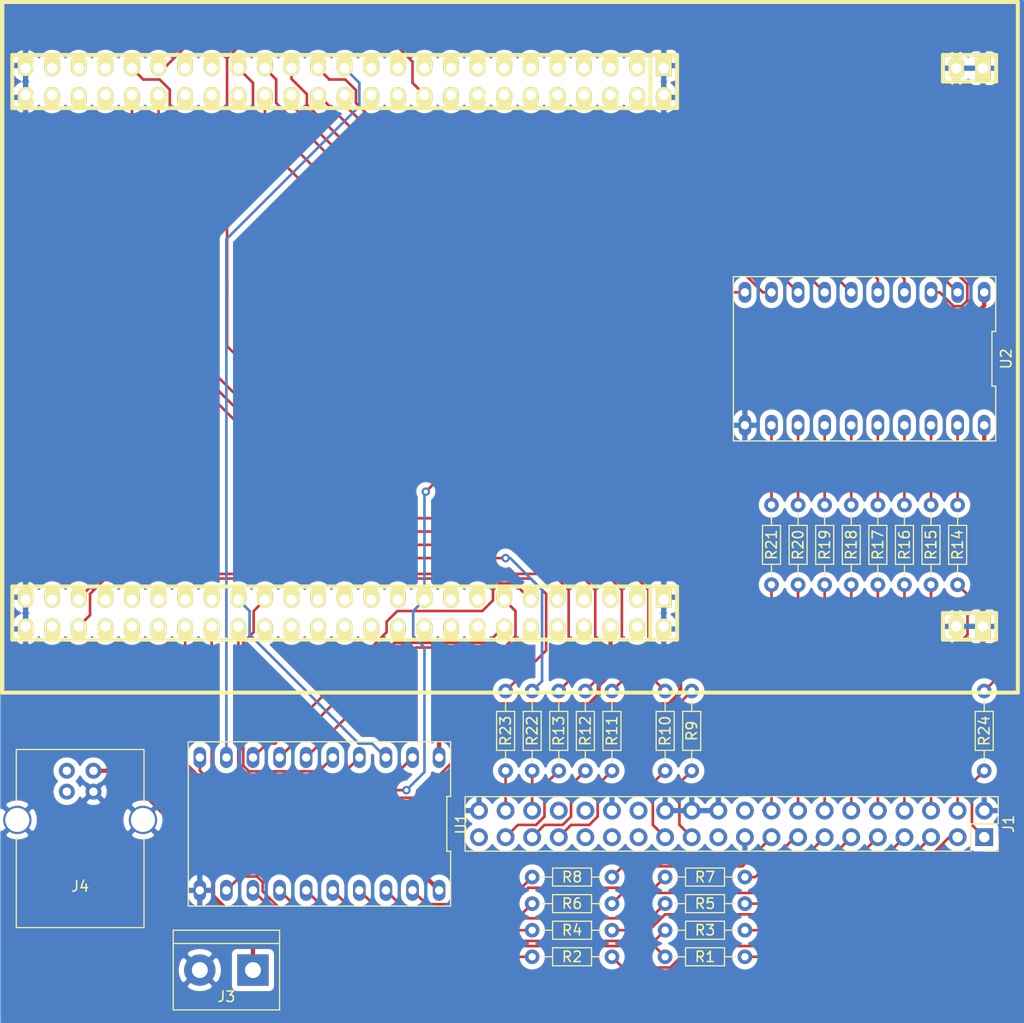
<source format=kicad_pcb>
(kicad_pcb (version 20171130) (host pcbnew 5.1.10)
  (layers (0 F.Cu signal) (31 B.Cu signal) (34 B.Paste user) (35 F.Paste user) (36 B.SilkS user) (37 F.SilkS user) (38 B.Mask user) (39 F.Mask user) (44 Edge.Cuts user))
  (net 0 "")
  (net 1 GND)
  (net 2 "Net-(J1-Pad38)")
  (net 3 "Net-(J1-Pad37)")
  (net 4 "Net-(J1-Pad36)")
  (net 5 "Net-(J1-Pad35)")
  (net 6 "Net-(J1-Pad33)")
  (net 7 "Net-(J1-Pad25)")
  (net 8 "Net-(J1-Pad23)")
  (net 9 "Net-(J1-Pad18)")
  (net 10 "Net-(J1-Pad17)")
  (net 11 "Net-(J1-Pad16)")
  (net 12 "Net-(J1-Pad15)")
  (net 13 "Net-(J1-Pad14)")
  (net 14 "Net-(J1-Pad13)")
  (net 15 "Net-(J1-Pad12)")
  (net 16 "Net-(J1-Pad11)")
  (net 17 "Net-(J1-Pad10)")
  (net 18 "Net-(J1-Pad9)")
  (net 19 "Net-(J1-Pad8)")
  (net 20 "Net-(J1-Pad7)")
  (net 21 "Net-(J1-Pad6)")
  (net 22 "Net-(J1-Pad5)")
  (net 23 "Net-(J1-Pad4)")
  (net 24 "Net-(J1-Pad3)")
  (net 25 "Net-(J1-Pad1)")
  (net 26 /CS0)
  (net 27 /DD1A)
  (net 28 /DD3A)
  (net 29 /OE)
  (net 30 /DD4A)
  (net 31 /DD6A)
  (net 32 +3V3)
  (net 33 /DD5A)
  (net 34 /DD2A)
  (net 35 /DD0A)
  (net 36 /DIOW)
  (net 37 /CS1)
  (net 38 /DA2)
  (net 39 /DA0)
  (net 40 /DD14A)
  (net 41 /DD12A)
  (net 42 /DD10A)
  (net 43 /DD8A)
  (net 44 /DIOR)
  (net 45 /DD7A)
  (net 46 /DD9A)
  (net 47 /DD11A)
  (net 48 /DD13A)
  (net 49 /DD15A)
  (net 50 /RESET)
  (net 51 /DA1)
  (net 52 /DD7B)
  (net 53 /DD6B)
  (net 54 /DD5B)
  (net 55 /DD4B)
  (net 56 /DD3B)
  (net 57 /DD2B)
  (net 58 /DD1B)
  (net 59 /DD0B)
  (net 60 /DD8B)
  (net 61 /DD9B)
  (net 62 /DD10B)
  (net 63 /DD11B)
  (net 64 /DD12B)
  (net 65 /DD13B)
  (net 66 /DD14B)
  (net 67 /DD15B)
  (net 68 +5V)
  (module Socket_Strips:Socket_Strip_Straight_2x20_Pitch2.54mm (layer F.Cu) (at 127 123.19 270)
    (fp_text reference J1 (at -1.27 -2.33 90) (layer F.SilkS))
    (fp_text value Conn_02x20_Odd_Even)
    (pad 40 thru_hole oval (at -2.54 48.26 270) (size 1.7 1.7) (drill 1) (layers *.Cu *.Mask) (net 1 GND))
    (pad 39 thru_hole oval (at 0 48.26 270) (size 1.7 1.7) (drill 1) (layers *.Cu *.Mask))
    (pad 38 thru_hole oval (at -2.54 45.72 270) (size 1.7 1.7) (drill 1) (layers *.Cu *.Mask) (net 2 "Net-(J1-Pad38)"))
    (pad 37 thru_hole oval (at 0 45.72 270) (size 1.7 1.7) (drill 1) (layers *.Cu *.Mask) (net 3 "Net-(J1-Pad37)"))
    (pad 36 thru_hole oval (at -2.54 43.18 270) (size 1.7 1.7) (drill 1) (layers *.Cu *.Mask) (net 4 "Net-(J1-Pad36)"))
    (pad 35 thru_hole oval (at 0 43.18 270) (size 1.7 1.7) (drill 1) (layers *.Cu *.Mask) (net 5 "Net-(J1-Pad35)"))
    (pad 34 thru_hole oval (at -2.54 40.64 270) (size 1.7 1.7) (drill 1) (layers *.Cu *.Mask))
    (pad 33 thru_hole oval (at 0 40.64 270) (size 1.7 1.7) (drill 1) (layers *.Cu *.Mask) (net 6 "Net-(J1-Pad33)"))
    (pad 32 thru_hole oval (at -2.54 38.1 270) (size 1.7 1.7) (drill 1) (layers *.Cu *.Mask))
    (pad 31 thru_hole oval (at 0 38.1 270) (size 1.7 1.7) (drill 1) (layers *.Cu *.Mask))
    (pad 30 thru_hole oval (at -2.54 35.56 270) (size 1.7 1.7) (drill 1) (layers *.Cu *.Mask) (net 1 GND))
    (pad 29 thru_hole oval (at 0 35.56 270) (size 1.7 1.7) (drill 1) (layers *.Cu *.Mask))
    (pad 28 thru_hole oval (at -2.54 33.02 270) (size 1.7 1.7) (drill 1) (layers *.Cu *.Mask))
    (pad 27 thru_hole oval (at 0 33.02 270) (size 1.7 1.7) (drill 1) (layers *.Cu *.Mask))
    (pad 26 thru_hole oval (at -2.54 30.48 270) (size 1.7 1.7) (drill 1) (layers *.Cu *.Mask) (net 1 GND))
    (pad 25 thru_hole oval (at 0 30.48 270) (size 1.7 1.7) (drill 1) (layers *.Cu *.Mask) (net 7 "Net-(J1-Pad25)"))
    (pad 24 thru_hole oval (at -2.54 27.94 270) (size 1.7 1.7) (drill 1) (layers *.Cu *.Mask) (net 1 GND))
    (pad 23 thru_hole oval (at 0 27.94 270) (size 1.7 1.7) (drill 1) (layers *.Cu *.Mask) (net 8 "Net-(J1-Pad23)"))
    (pad 22 thru_hole oval (at -2.54 25.4 270) (size 1.7 1.7) (drill 1) (layers *.Cu *.Mask) (net 1 GND))
    (pad 21 thru_hole oval (at 0 25.4 270) (size 1.7 1.7) (drill 1) (layers *.Cu *.Mask))
    (pad 20 thru_hole oval (at -2.54 22.86 270) (size 1.7 1.7) (drill 1) (layers *.Cu *.Mask))
    (pad 19 thru_hole oval (at 0 22.86 270) (size 1.7 1.7) (drill 1) (layers *.Cu *.Mask) (net 1 GND))
    (pad 18 thru_hole oval (at -2.54 20.32 270) (size 1.7 1.7) (drill 1) (layers *.Cu *.Mask) (net 9 "Net-(J1-Pad18)"))
    (pad 17 thru_hole oval (at 0 20.32 270) (size 1.7 1.7) (drill 1) (layers *.Cu *.Mask) (net 10 "Net-(J1-Pad17)"))
    (pad 16 thru_hole oval (at -2.54 17.78 270) (size 1.7 1.7) (drill 1) (layers *.Cu *.Mask) (net 11 "Net-(J1-Pad16)"))
    (pad 15 thru_hole oval (at 0 17.78 270) (size 1.7 1.7) (drill 1) (layers *.Cu *.Mask) (net 12 "Net-(J1-Pad15)"))
    (pad 14 thru_hole oval (at -2.54 15.24 270) (size 1.7 1.7) (drill 1) (layers *.Cu *.Mask) (net 13 "Net-(J1-Pad14)"))
    (pad 13 thru_hole oval (at 0 15.24 270) (size 1.7 1.7) (drill 1) (layers *.Cu *.Mask) (net 14 "Net-(J1-Pad13)"))
    (pad 12 thru_hole oval (at -2.54 12.7 270) (size 1.7 1.7) (drill 1) (layers *.Cu *.Mask) (net 15 "Net-(J1-Pad12)"))
    (pad 11 thru_hole oval (at 0 12.7 270) (size 1.7 1.7) (drill 1) (layers *.Cu *.Mask) (net 16 "Net-(J1-Pad11)"))
    (pad 10 thru_hole oval (at -2.54 10.16 270) (size 1.7 1.7) (drill 1) (layers *.Cu *.Mask) (net 17 "Net-(J1-Pad10)"))
    (pad 9 thru_hole oval (at 0 10.16 270) (size 1.7 1.7) (drill 1) (layers *.Cu *.Mask) (net 18 "Net-(J1-Pad9)"))
    (pad 8 thru_hole oval (at -2.54 7.62 270) (size 1.7 1.7) (drill 1) (layers *.Cu *.Mask) (net 19 "Net-(J1-Pad8)"))
    (pad 7 thru_hole oval (at 0 7.62 270) (size 1.7 1.7) (drill 1) (layers *.Cu *.Mask) (net 20 "Net-(J1-Pad7)"))
    (pad 6 thru_hole oval (at -2.54 5.08 270) (size 1.7 1.7) (drill 1) (layers *.Cu *.Mask) (net 21 "Net-(J1-Pad6)"))
    (pad 5 thru_hole oval (at 0 5.08 270) (size 1.7 1.7) (drill 1) (layers *.Cu *.Mask) (net 22 "Net-(J1-Pad5)"))
    (pad 4 thru_hole oval (at -2.54 2.54 270) (size 1.7 1.7) (drill 1) (layers *.Cu *.Mask) (net 23 "Net-(J1-Pad4)"))
    (pad 3 thru_hole oval (at 0 2.54 270) (size 1.7 1.7) (drill 1) (layers *.Cu *.Mask) (net 24 "Net-(J1-Pad3)"))
    (pad 2 thru_hole oval (at -2.54 0 270) (size 1.7 1.7) (drill 1) (layers *.Cu *.Mask) (net 1 GND))
    (pad 1 thru_hole rect (at 0 0 270) (size 1.7 1.7) (drill 1) (layers *.Cu *.Mask) (net 25 "Net-(J1-Pad1)"))
  )
  (module KicadLib:stm32f4_discovery_header (layer F.Cu) (at 81.710501 76.370501)
    (fp_text reference J2 hide)
    (fp_text value STM32F4_Discovery_Header hide)
    (pad 51 thru_hole rect (at 45.16 26.67) (size 1.5 2.2) (drill 1.00076) (layers *.Cu *.Mask F.SilkS) (net 1 GND))
    (pad 52 thru_hole oval (at 42.62 26.67) (size 1.5 2.2) (drill 1.00076) (layers *.Cu *.Mask F.SilkS) (net 1 GND))
    (pad 51 thru_hole oval (at -46.28 24.13) (size 1.5 2) (drill 0.99822 (offset 0 -0.25)) (layers *.Cu *.Mask F.SilkS) (net 1 GND))
    (pad 53 thru_hole oval (at -43.74 24.13) (size 1.5 2) (drill 0.99822 (offset 0 -0.25)) (layers *.Cu *.Mask F.SilkS))
    (pad 55 thru_hole oval (at -41.2 24.13) (size 1.5 2) (drill 0.99822 (offset 0 -0.25)) (layers *.Cu *.Mask F.SilkS) (net 26 /CS0))
    (pad 57 thru_hole oval (at -38.66 24.13) (size 1.5 2) (drill 0.99822 (offset 0 -0.25)) (layers *.Cu *.Mask F.SilkS))
    (pad 59 thru_hole oval (at -36.12 24.13) (size 1.5 2) (drill 0.99822 (offset 0 -0.25)) (layers *.Cu *.Mask F.SilkS))
    (pad 61 thru_hole oval (at -33.58 24.13) (size 1.5 2) (drill 0.99822 (offset 0 -0.25)) (layers *.Cu *.Mask F.SilkS))
    (pad 63 thru_hole oval (at -31.04 24.13) (size 1.5 2) (drill 0.99822 (offset 0 -0.25)) (layers *.Cu *.Mask F.SilkS))
    (pad 65 thru_hole oval (at -28.5 24.13) (size 1.5 2) (drill 0.99822 (offset 0 -0.25)) (layers *.Cu *.Mask F.SilkS))
    (pad 67 thru_hole oval (at -25.96 24.13) (size 1.5 2) (drill 0.99822 (offset 0 -0.25)) (layers *.Cu *.Mask F.SilkS) (net 27 /DD1A))
    (pad 69 thru_hole oval (at -23.42 24.13) (size 1.5 2) (drill 0.99822 (offset 0 -0.25)) (layers *.Cu *.Mask F.SilkS) (net 28 /DD3A))
    (pad 71 thru_hole oval (at -20.88 24.13) (size 1.5 2) (drill 0.99822 (offset 0 -0.25)) (layers *.Cu *.Mask F.SilkS))
    (pad 73 thru_hole oval (at -18.34 24.13) (size 1.5 2) (drill 0.99822 (offset 0 -0.25)) (layers *.Cu *.Mask F.SilkS))
    (pad 75 thru_hole oval (at -15.8 24.13) (size 1.5 2) (drill 0.99822 (offset 0 -0.25)) (layers *.Cu *.Mask F.SilkS))
    (pad 77 thru_hole oval (at -13.26 24.13) (size 1.5 2) (drill 0.99822 (offset 0 -0.25)) (layers *.Cu *.Mask F.SilkS))
    (pad 79 thru_hole oval (at -10.72 24.13) (size 1.5 2) (drill 0.99822 (offset 0 -0.25)) (layers *.Cu *.Mask F.SilkS))
    (pad 81 thru_hole oval (at -8.18 24.13) (size 1.5 2) (drill 0.99822 (offset 0 -0.25)) (layers *.Cu *.Mask F.SilkS) (net 29 /OE))
    (pad 83 thru_hole oval (at -5.64 24.13) (size 1.5 2) (drill 0.99822 (offset 0 -0.25)) (layers *.Cu *.Mask F.SilkS))
    (pad 85 thru_hole oval (at -3.1 24.13) (size 1.5 2) (drill 0.99822 (offset 0 -0.25)) (layers *.Cu *.Mask F.SilkS))
    (pad 87 thru_hole oval (at -0.56 24.13) (size 1.5 2) (drill 0.99822 (offset 0 -0.25)) (layers *.Cu *.Mask F.SilkS) (net 30 /DD4A))
    (pad 89 thru_hole oval (at 1.98 24.13) (size 1.5 2) (drill 0.99822 (offset 0 -0.25)) (layers *.Cu *.Mask F.SilkS) (net 31 /DD6A))
    (pad 91 thru_hole oval (at 4.52 24.13) (size 1.5 2) (drill 0.99822 (offset 0 -0.25)) (layers *.Cu *.Mask F.SilkS))
    (pad 93 thru_hole oval (at 7.06 24.13) (size 1.5 2) (drill 0.99822 (offset 0 -0.25)) (layers *.Cu *.Mask F.SilkS))
    (pad 95 thru_hole oval (at 9.6 24.13) (size 1.5 2) (drill 0.99822 (offset 0 -0.25)) (layers *.Cu *.Mask F.SilkS))
    (pad 97 thru_hole oval (at 12.14 24.13) (size 1.5 2) (drill 0.99822 (offset 0 -0.25)) (layers *.Cu *.Mask F.SilkS))
    (pad 99 thru_hole rect (at 14.68 24.13) (size 1.5 2) (drill 1.00076 (offset 0 -0.25)) (layers *.Cu *.Mask F.SilkS) (net 1 GND))
    (pad 100 thru_hole oval (at 14.68 26.67) (size 1.5 2) (drill 1.00076 (offset 0 0.25)) (layers *.Cu *.Mask F.SilkS) (net 1 GND))
    (pad 98 thru_hole oval (at 12.14 26.67) (size 1.5 2) (drill 1.00076 (offset 0 0.25)) (layers *.Cu *.Mask F.SilkS))
    (pad 96 thru_hole oval (at 9.6 26.67) (size 1.5 2) (drill 1.00076 (offset 0 0.25)) (layers *.Cu *.Mask F.SilkS) (net 32 +3V3))
    (pad 94 thru_hole oval (at 7.06 26.67) (size 1.5 2) (drill 1.00076 (offset 0 0.25)) (layers *.Cu *.Mask F.SilkS))
    (pad 92 thru_hole oval (at 4.52 26.67) (size 1.5 2) (drill 1.00076 (offset 0 0.25)) (layers *.Cu *.Mask F.SilkS))
    (pad 90 thru_hole oval (at 1.98 26.67) (size 1.5 2) (drill 1.00076 (offset 0 0.25)) (layers *.Cu *.Mask F.SilkS))
    (pad 88 thru_hole oval (at -0.56 26.67) (size 1.5 2) (drill 1.00076 (offset 0 0.25)) (layers *.Cu *.Mask F.SilkS) (net 33 /DD5A))
    (pad 86 thru_hole oval (at -3.1 26.67) (size 1.5 2) (drill 1.00076 (offset 0 0.25)) (layers *.Cu *.Mask F.SilkS))
    (pad 84 thru_hole oval (at -5.64 26.67) (size 1.5 2) (drill 1.00076 (offset 0 0.25)) (layers *.Cu *.Mask F.SilkS))
    (pad 82 thru_hole oval (at -8.18 26.67) (size 1.5 2) (drill 1.00076 (offset 0 0.25)) (layers *.Cu *.Mask F.SilkS))
    (pad 80 thru_hole oval (at -10.72 26.67) (size 1.5 2) (drill 1.00076 (offset 0 0.25)) (layers *.Cu *.Mask F.SilkS))
    (pad 78 thru_hole oval (at -13.26 26.67) (size 1.5 2) (drill 1.00076 (offset 0 0.25)) (layers *.Cu *.Mask F.SilkS))
    (pad 76 thru_hole oval (at -15.8 26.67) (size 1.5 2) (drill 1.00076 (offset 0 0.25)) (layers *.Cu *.Mask F.SilkS))
    (pad 74 thru_hole oval (at -18.34 26.67) (size 1.5 2) (drill 1.00076 (offset 0 0.25)) (layers *.Cu *.Mask F.SilkS))
    (pad 72 thru_hole oval (at -20.88 26.67) (size 1.5 2) (drill 1.00076 (offset 0 0.25)) (layers *.Cu *.Mask F.SilkS))
    (pad 70 thru_hole oval (at -23.42 26.67) (size 1.5 2) (drill 1.00076 (offset 0 0.25)) (layers *.Cu *.Mask F.SilkS))
    (pad 68 thru_hole oval (at -25.96 26.67) (size 1.5 2) (drill 1.00076 (offset 0 0.25)) (layers *.Cu *.Mask F.SilkS) (net 34 /DD2A))
    (pad 66 thru_hole oval (at -28.5 26.67) (size 1.5 2) (drill 1.00076 (offset 0 0.25)) (layers *.Cu *.Mask F.SilkS) (net 35 /DD0A))
    (pad 64 thru_hole oval (at -31.04 26.67) (size 1.5 2) (drill 1.00076 (offset 0 0.25)) (layers *.Cu *.Mask F.SilkS) (net 36 /DIOW))
    (pad 62 thru_hole oval (at -33.58 26.67) (size 1.5 2) (drill 1.00076 (offset 0 0.25)) (layers *.Cu *.Mask F.SilkS))
    (pad 60 thru_hole oval (at -36.12 26.67) (size 1.5 2) (drill 1.00076 (offset 0 0.25)) (layers *.Cu *.Mask F.SilkS))
    (pad 58 thru_hole oval (at -38.66 26.67) (size 1.5 2) (drill 1.00076 (offset 0 0.25)) (layers *.Cu *.Mask F.SilkS))
    (pad 56 thru_hole oval (at -41.2 26.67) (size 1.5 2) (drill 1.00076 (offset 0 0.25)) (layers *.Cu *.Mask F.SilkS) (net 37 /CS1))
    (pad 54 thru_hole oval (at -43.74 26.67) (size 1.5 2) (drill 1.00076 (offset 0 0.25)) (layers *.Cu *.Mask F.SilkS))
    (pad 52 thru_hole oval (at -46.28 26.67) (size 1.5 2) (drill 1.00076 (offset 0 0.25)) (layers *.Cu *.Mask F.SilkS) (net 1 GND))
    (pad 50 thru_hole oval (at -46.28 -24.13) (size 1.5 2) (drill 1.00076 (offset 0 0.25)) (layers *.Cu *.Mask F.SilkS) (net 1 GND))
    (pad 48 thru_hole oval (at -43.74 -24.13) (size 1.5 2) (drill 1.00076 (offset 0 0.25)) (layers *.Cu *.Mask F.SilkS))
    (pad 46 thru_hole oval (at -41.2 -24.13) (size 1.5 2) (drill 1.00076 (offset 0 0.25)) (layers *.Cu *.Mask F.SilkS))
    (pad 44 thru_hole oval (at -38.66 -24.13) (size 1.5 2) (drill 1.00076 (offset 0 0.25)) (layers *.Cu *.Mask F.SilkS))
    (pad 42 thru_hole oval (at -36.12 -24.13) (size 1.5 2) (drill 1.00076 (offset 0 0.25)) (layers *.Cu *.Mask F.SilkS) (net 38 /DA2))
    (pad 40 thru_hole oval (at -33.58 -24.13) (size 1.5 2) (drill 1.00076 (offset 0 0.25)) (layers *.Cu *.Mask F.SilkS) (net 39 /DA0))
    (pad 38 thru_hole oval (at -31.04 -24.13) (size 1.5 2) (drill 1.00076 (offset 0 0.25)) (layers *.Cu *.Mask F.SilkS))
    (pad 36 thru_hole oval (at -28.5 -24.13) (size 1.5 2) (drill 1.00076 (offset 0 0.25)) (layers *.Cu *.Mask F.SilkS))
    (pad 34 thru_hole oval (at -25.96 -24.13) (size 1.5 2) (drill 1.00076 (offset 0 0.25)) (layers *.Cu *.Mask F.SilkS))
    (pad 32 thru_hole oval (at -23.42 -24.13) (size 1.5 2) (drill 1.00076 (offset 0 0.25)) (layers *.Cu *.Mask F.SilkS) (net 40 /DD14A))
    (pad 30 thru_hole oval (at -20.88 -24.13) (size 1.5 2) (drill 1.00076 (offset 0 0.25)) (layers *.Cu *.Mask F.SilkS) (net 41 /DD12A))
    (pad 28 thru_hole oval (at -18.34 -24.13) (size 1.5 2) (drill 1.00076 (offset 0 0.25)) (layers *.Cu *.Mask F.SilkS) (net 42 /DD10A))
    (pad 26 thru_hole oval (at -15.8 -24.13) (size 1.5 2) (drill 1.00076 (offset 0 0.25)) (layers *.Cu *.Mask F.SilkS) (net 43 /DD8A))
    (pad 24 thru_hole oval (at -13.26 -24.13) (size 1.5 2) (drill 1.00076 (offset 0 0.25)) (layers *.Cu *.Mask F.SilkS))
    (pad 22 thru_hole oval (at -10.72 -24.13) (size 1.5 2) (drill 1.00076 (offset 0 0.25)) (layers *.Cu *.Mask F.SilkS))
    (pad 20 thru_hole oval (at -8.18 -24.13) (size 1.5 2) (drill 1.00076 (offset 0 0.25)) (layers *.Cu *.Mask F.SilkS) (net 44 /DIOR))
    (pad 18 thru_hole oval (at -5.64 -24.13) (size 1.5 2) (drill 1.00076 (offset 0 0.25)) (layers *.Cu *.Mask F.SilkS))
    (pad 16 thru_hole oval (at -3.1 -24.13) (size 1.5 2) (drill 1.00076 (offset 0 0.25)) (layers *.Cu *.Mask F.SilkS))
    (pad 14 thru_hole oval (at -0.56 -24.13) (size 1.5 2) (drill 1.00076 (offset 0 0.25)) (layers *.Cu *.Mask F.SilkS))
    (pad 12 thru_hole oval (at 1.98 -24.13) (size 1.5 2) (drill 1.00076 (offset 0 0.25)) (layers *.Cu *.Mask F.SilkS))
    (pad 10 thru_hole oval (at 4.52 -24.13) (size 1.5 2) (drill 1.00076 (offset 0 0.25)) (layers *.Cu *.Mask F.SilkS))
    (pad 8 thru_hole oval (at 7.06 -24.13) (size 1.5 2) (drill 1.00076 (offset 0 0.25)) (layers *.Cu *.Mask F.SilkS))
    (pad 6 thru_hole oval (at 9.6 -24.13) (size 1.5 2) (drill 1.00076 (offset 0 0.25)) (layers *.Cu *.Mask F.SilkS))
    (pad 4 thru_hole oval (at 12.14 -24.13) (size 1.5 2) (drill 1.00076 (offset 0 0.25)) (layers *.Cu *.Mask F.SilkS))
    (pad 2 thru_hole oval (at 14.68 -24.13) (size 1.5 2) (drill 1.00076 (offset 0 0.25)) (layers *.Cu *.Mask F.SilkS) (net 1 GND))
    (pad 1 thru_hole rect (at 14.68 -26.67) (size 1.5 2) (drill 1.00076 (offset 0 -0.25)) (layers *.Cu *.Mask F.SilkS) (net 1 GND))
    (pad 3 thru_hole oval (at 12.14 -26.67) (size 1.5 2) (drill 0.99822 (offset 0 -0.25)) (layers *.Cu *.Mask F.SilkS))
    (pad 5 thru_hole oval (at 9.6 -26.67) (size 1.5 2) (drill 0.99822 (offset 0 -0.25)) (layers *.Cu *.Mask F.SilkS))
    (pad 7 thru_hole oval (at 7.06 -26.67) (size 1.5 2) (drill 0.99822 (offset 0 -0.25)) (layers *.Cu *.Mask F.SilkS))
    (pad 9 thru_hole oval (at 4.52 -26.67) (size 1.5 2) (drill 0.99822 (offset 0 -0.25)) (layers *.Cu *.Mask F.SilkS))
    (pad 11 thru_hole oval (at 1.98 -26.67) (size 1.5 2) (drill 0.99822 (offset 0 -0.25)) (layers *.Cu *.Mask F.SilkS))
    (pad 13 thru_hole oval (at -0.56 -26.67) (size 1.5 2) (drill 0.99822 (offset 0 -0.25)) (layers *.Cu *.Mask F.SilkS))
    (pad 15 thru_hole oval (at -3.1 -26.67) (size 1.5 2) (drill 0.99822 (offset 0 -0.25)) (layers *.Cu *.Mask F.SilkS))
    (pad 17 thru_hole oval (at -5.64 -26.67) (size 1.5 2) (drill 0.99822 (offset 0 -0.25)) (layers *.Cu *.Mask F.SilkS))
    (pad 19 thru_hole oval (at -8.18 -26.67) (size 1.5 2) (drill 0.99822 (offset 0 -0.25)) (layers *.Cu *.Mask F.SilkS))
    (pad 21 thru_hole oval (at -10.72 -26.67) (size 1.5 2) (drill 0.99822 (offset 0 -0.25)) (layers *.Cu *.Mask F.SilkS))
    (pad 23 thru_hole oval (at -13.26 -26.67) (size 1.5 2) (drill 0.99822 (offset 0 -0.25)) (layers *.Cu *.Mask F.SilkS))
    (pad 25 thru_hole oval (at -15.8 -26.67) (size 1.5 2) (drill 0.99822 (offset 0 -0.25)) (layers *.Cu *.Mask F.SilkS) (net 45 /DD7A))
    (pad 27 thru_hole oval (at -18.34 -26.67) (size 1.5 2) (drill 0.99822 (offset 0 -0.25)) (layers *.Cu *.Mask F.SilkS) (net 46 /DD9A))
    (pad 29 thru_hole oval (at -20.88 -26.67) (size 1.5 2) (drill 0.99822 (offset 0 -0.25)) (layers *.Cu *.Mask F.SilkS) (net 47 /DD11A))
    (pad 31 thru_hole oval (at -23.42 -26.67) (size 1.5 2) (drill 0.99822 (offset 0 -0.25)) (layers *.Cu *.Mask F.SilkS) (net 48 /DD13A))
    (pad 33 thru_hole oval (at -25.96 -26.67) (size 1.5 2) (drill 0.99822 (offset 0 -0.25)) (layers *.Cu *.Mask F.SilkS) (net 49 /DD15A))
    (pad 35 thru_hole oval (at -28.5 -26.67) (size 1.5 2) (drill 0.99822 (offset 0 -0.25)) (layers *.Cu *.Mask F.SilkS))
    (pad 37 thru_hole oval (at -31.04 -26.67) (size 1.5 2) (drill 0.99822 (offset 0 -0.25)) (layers *.Cu *.Mask F.SilkS))
    (pad 39 thru_hole oval (at -33.58 -26.67) (size 1.5 2) (drill 0.99822 (offset 0 -0.25)) (layers *.Cu *.Mask F.SilkS) (net 50 /RESET))
    (pad 41 thru_hole oval (at -36.12 -26.67) (size 1.5 2) (drill 0.99822 (offset 0 -0.25)) (layers *.Cu *.Mask F.SilkS) (net 51 /DA1))
    (pad 43 thru_hole oval (at -38.66 -26.67) (size 1.5 2) (drill 0.99822 (offset 0 -0.25)) (layers *.Cu *.Mask F.SilkS))
    (pad 45 thru_hole oval (at -41.2 -26.67) (size 1.5 2) (drill 0.99822 (offset 0 -0.25)) (layers *.Cu *.Mask F.SilkS))
    (pad 47 thru_hole oval (at -43.74 -26.67) (size 1.5 2) (drill 0.99822 (offset 0 -0.25)) (layers *.Cu *.Mask F.SilkS))
    (pad 49 thru_hole oval (at -46.28 -26.67) (size 1.5 2) (drill 0.99822 (offset 0 -0.25)) (layers *.Cu *.Mask F.SilkS) (net 1 GND))
    (pad 50 thru_hole oval (at 42.62 -26.67) (size 1.5 2.2) (drill 1.00076) (layers *.Cu *.Mask F.SilkS) (net 1 GND))
    (pad 49 thru_hole rect (at 45.16 -26.67) (size 1.5 2.2) (drill 1.00076) (layers *.Cu *.Mask F.SilkS) (net 1 GND))
  )
  (module Resistors_THT:R_Axial_DIN0204_L3.6mm_D1.6mm_P7.62mm_Horizontal (layer F.Cu) (at 104.14 134.62 180)
    (fp_text reference R1 (at 3.81 0) (layer F.SilkS))
    (fp_text value 33)
    (pad 1 thru_hole circle (at 0 0 180) (size 1.4 1.4) (drill 0.7) (layers *.Cu *.Mask) (net 24 "Net-(J1-Pad3)"))
    (pad 2 thru_hole oval (at 7.62 0 180) (size 1.4 1.4) (drill 0.7) (layers *.Cu *.Mask) (net 52 /DD7B))
  )
  (module Resistors_THT:R_Axial_DIN0204_L3.6mm_D1.6mm_P7.62mm_Horizontal (layer F.Cu) (at 91.44 134.62 180)
    (fp_text reference R2 (at 3.81 0) (layer F.SilkS))
    (fp_text value 33)
    (pad 2 thru_hole oval (at 7.62 0 180) (size 1.4 1.4) (drill 0.7) (layers *.Cu *.Mask) (net 53 /DD6B))
    (pad 1 thru_hole circle (at 0 0 180) (size 1.4 1.4) (drill 0.7) (layers *.Cu *.Mask) (net 22 "Net-(J1-Pad5)"))
  )
  (module Resistors_THT:R_Axial_DIN0204_L3.6mm_D1.6mm_P7.62mm_Horizontal (layer F.Cu) (at 104.14 132.08 180)
    (fp_text reference R3 (at 3.81 0) (layer F.SilkS))
    (fp_text value 33)
    (pad 1 thru_hole circle (at 0 0 180) (size 1.4 1.4) (drill 0.7) (layers *.Cu *.Mask) (net 20 "Net-(J1-Pad7)"))
    (pad 2 thru_hole oval (at 7.62 0 180) (size 1.4 1.4) (drill 0.7) (layers *.Cu *.Mask) (net 54 /DD5B))
  )
  (module Resistors_THT:R_Axial_DIN0204_L3.6mm_D1.6mm_P7.62mm_Horizontal (layer F.Cu) (at 91.44 132.08 180)
    (fp_text reference R4 (at 3.81 0) (layer F.SilkS))
    (fp_text value 33)
    (pad 2 thru_hole oval (at 7.62 0 180) (size 1.4 1.4) (drill 0.7) (layers *.Cu *.Mask) (net 55 /DD4B))
    (pad 1 thru_hole circle (at 0 0 180) (size 1.4 1.4) (drill 0.7) (layers *.Cu *.Mask) (net 18 "Net-(J1-Pad9)"))
  )
  (module Resistors_THT:R_Axial_DIN0204_L3.6mm_D1.6mm_P7.62mm_Horizontal (layer F.Cu) (at 104.14 129.54 180)
    (fp_text reference R5 (at 3.81 0) (layer F.SilkS))
    (fp_text value 33)
    (pad 1 thru_hole circle (at 0 0 180) (size 1.4 1.4) (drill 0.7) (layers *.Cu *.Mask) (net 16 "Net-(J1-Pad11)"))
    (pad 2 thru_hole oval (at 7.62 0 180) (size 1.4 1.4) (drill 0.7) (layers *.Cu *.Mask) (net 56 /DD3B))
  )
  (module Resistors_THT:R_Axial_DIN0204_L3.6mm_D1.6mm_P7.62mm_Horizontal (layer F.Cu) (at 91.44 129.54 180)
    (fp_text reference R6 (at 3.81 0) (layer F.SilkS))
    (fp_text value 33)
    (pad 2 thru_hole oval (at 7.62 0 180) (size 1.4 1.4) (drill 0.7) (layers *.Cu *.Mask) (net 57 /DD2B))
    (pad 1 thru_hole circle (at 0 0 180) (size 1.4 1.4) (drill 0.7) (layers *.Cu *.Mask) (net 14 "Net-(J1-Pad13)"))
  )
  (module Resistors_THT:R_Axial_DIN0204_L3.6mm_D1.6mm_P7.62mm_Horizontal (layer F.Cu) (at 104.14 127 180)
    (fp_text reference R7 (at 3.81 0) (layer F.SilkS))
    (fp_text value 33)
    (pad 1 thru_hole circle (at 0 0 180) (size 1.4 1.4) (drill 0.7) (layers *.Cu *.Mask) (net 12 "Net-(J1-Pad15)"))
    (pad 2 thru_hole oval (at 7.62 0 180) (size 1.4 1.4) (drill 0.7) (layers *.Cu *.Mask) (net 58 /DD1B))
  )
  (module Resistors_THT:R_Axial_DIN0204_L3.6mm_D1.6mm_P7.62mm_Horizontal (layer F.Cu) (at 91.44 127 180)
    (fp_text reference R8 (at 3.81 0) (layer F.SilkS))
    (fp_text value 33)
    (pad 2 thru_hole oval (at 7.62 0 180) (size 1.4 1.4) (drill 0.7) (layers *.Cu *.Mask) (net 59 /DD0B))
    (pad 1 thru_hole circle (at 0 0 180) (size 1.4 1.4) (drill 0.7) (layers *.Cu *.Mask) (net 10 "Net-(J1-Pad17)"))
  )
  (module Resistors_THT:R_Axial_DIN0204_L3.6mm_D1.6mm_P7.62mm_Horizontal (layer F.Cu) (at 99.06 116.84 90)
    (fp_text reference R9 (at 3.81 0 90) (layer F.SilkS))
    (fp_text value 22)
    (pad 1 thru_hole circle (at 0 0 90) (size 1.4 1.4) (drill 0.7) (layers *.Cu *.Mask) (net 8 "Net-(J1-Pad23)"))
    (pad 2 thru_hole oval (at 7.62 0 90) (size 1.4 1.4) (drill 0.7) (layers *.Cu *.Mask) (net 36 /DIOW))
  )
  (module Resistors_THT:R_Axial_DIN0204_L3.6mm_D1.6mm_P7.62mm_Horizontal (layer F.Cu) (at 96.52 116.84 90)
    (fp_text reference R10 (at 3.81 0 90) (layer F.SilkS))
    (fp_text value 22)
    (pad 2 thru_hole oval (at 7.62 0 90) (size 1.4 1.4) (drill 0.7) (layers *.Cu *.Mask) (net 44 /DIOR))
    (pad 1 thru_hole circle (at 0 0 90) (size 1.4 1.4) (drill 0.7) (layers *.Cu *.Mask) (net 7 "Net-(J1-Pad25)"))
  )
  (module Resistors_THT:R_Axial_DIN0204_L3.6mm_D1.6mm_P7.62mm_Horizontal (layer F.Cu) (at 91.44 116.84 90)
    (fp_text reference R11 (at 3.81 0 90) (layer F.SilkS))
    (fp_text value 33)
    (pad 1 thru_hole circle (at 0 0 90) (size 1.4 1.4) (drill 0.7) (layers *.Cu *.Mask) (net 6 "Net-(J1-Pad33)"))
    (pad 2 thru_hole oval (at 7.62 0 90) (size 1.4 1.4) (drill 0.7) (layers *.Cu *.Mask) (net 51 /DA1))
  )
  (module Resistors_THT:R_Axial_DIN0204_L3.6mm_D1.6mm_P7.62mm_Horizontal (layer F.Cu) (at 88.9 116.84 90)
    (fp_text reference R12 (at 3.81 0 90) (layer F.SilkS))
    (fp_text value 33)
    (pad 2 thru_hole oval (at 7.62 0 90) (size 1.4 1.4) (drill 0.7) (layers *.Cu *.Mask) (net 39 /DA0))
    (pad 1 thru_hole circle (at 0 0 90) (size 1.4 1.4) (drill 0.7) (layers *.Cu *.Mask) (net 5 "Net-(J1-Pad35)"))
  )
  (module Resistors_THT:R_Axial_DIN0204_L3.6mm_D1.6mm_P7.62mm_Horizontal (layer F.Cu) (at 86.36 116.84 90)
    (fp_text reference R13 (at 3.81 0 90) (layer F.SilkS))
    (fp_text value 33)
    (pad 2 thru_hole oval (at 7.62 0 90) (size 1.4 1.4) (drill 0.7) (layers *.Cu *.Mask) (net 26 /CS0))
    (pad 1 thru_hole circle (at 0 0 90) (size 1.4 1.4) (drill 0.7) (layers *.Cu *.Mask) (net 3 "Net-(J1-Pad37)"))
  )
  (module Resistors_THT:R_Axial_DIN0204_L3.6mm_D1.6mm_P7.62mm_Horizontal (layer F.Cu) (at 124.46 91.44 270)
    (fp_text reference R14 (at 3.81 0 90) (layer F.SilkS))
    (fp_text value 33)
    (pad 1 thru_hole circle (at 0 0 270) (size 1.4 1.4) (drill 0.7) (layers *.Cu *.Mask) (net 60 /DD8B))
    (pad 2 thru_hole oval (at 7.62 0 270) (size 1.4 1.4) (drill 0.7) (layers *.Cu *.Mask) (net 23 "Net-(J1-Pad4)"))
  )
  (module Resistors_THT:R_Axial_DIN0204_L3.6mm_D1.6mm_P7.62mm_Horizontal (layer F.Cu) (at 121.92 91.44 270)
    (fp_text reference R15 (at 3.81 0 90) (layer F.SilkS))
    (fp_text value 33)
    (pad 2 thru_hole oval (at 7.62 0 270) (size 1.4 1.4) (drill 0.7) (layers *.Cu *.Mask) (net 21 "Net-(J1-Pad6)"))
    (pad 1 thru_hole circle (at 0 0 270) (size 1.4 1.4) (drill 0.7) (layers *.Cu *.Mask) (net 61 /DD9B))
  )
  (module Resistors_THT:R_Axial_DIN0204_L3.6mm_D1.6mm_P7.62mm_Horizontal (layer F.Cu) (at 119.38 91.44 270)
    (fp_text reference R16 (at 3.81 0 90) (layer F.SilkS))
    (fp_text value 33)
    (pad 2 thru_hole oval (at 7.62 0 270) (size 1.4 1.4) (drill 0.7) (layers *.Cu *.Mask) (net 19 "Net-(J1-Pad8)"))
    (pad 1 thru_hole circle (at 0 0 270) (size 1.4 1.4) (drill 0.7) (layers *.Cu *.Mask) (net 62 /DD10B))
  )
  (module Resistors_THT:R_Axial_DIN0204_L3.6mm_D1.6mm_P7.62mm_Horizontal (layer F.Cu) (at 116.84 91.44 270)
    (fp_text reference R17 (at 3.81 0 90) (layer F.SilkS))
    (fp_text value 33)
    (pad 1 thru_hole circle (at 0 0 270) (size 1.4 1.4) (drill 0.7) (layers *.Cu *.Mask) (net 63 /DD11B))
    (pad 2 thru_hole oval (at 7.62 0 270) (size 1.4 1.4) (drill 0.7) (layers *.Cu *.Mask) (net 17 "Net-(J1-Pad10)"))
  )
  (module Resistors_THT:R_Axial_DIN0204_L3.6mm_D1.6mm_P7.62mm_Horizontal (layer F.Cu) (at 114.3 91.44 270)
    (fp_text reference R18 (at 3.81 0 90) (layer F.SilkS))
    (fp_text value 33)
    (pad 2 thru_hole oval (at 7.62 0 270) (size 1.4 1.4) (drill 0.7) (layers *.Cu *.Mask) (net 15 "Net-(J1-Pad12)"))
    (pad 1 thru_hole circle (at 0 0 270) (size 1.4 1.4) (drill 0.7) (layers *.Cu *.Mask) (net 64 /DD12B))
  )
  (module Resistors_THT:R_Axial_DIN0204_L3.6mm_D1.6mm_P7.62mm_Horizontal (layer F.Cu) (at 111.76 91.44 270)
    (fp_text reference R19 (at 3.81 0 90) (layer F.SilkS))
    (fp_text value 33)
    (pad 1 thru_hole circle (at 0 0 270) (size 1.4 1.4) (drill 0.7) (layers *.Cu *.Mask) (net 65 /DD13B))
    (pad 2 thru_hole oval (at 7.62 0 270) (size 1.4 1.4) (drill 0.7) (layers *.Cu *.Mask) (net 13 "Net-(J1-Pad14)"))
  )
  (module Resistors_THT:R_Axial_DIN0204_L3.6mm_D1.6mm_P7.62mm_Horizontal (layer F.Cu) (at 109.22 91.44 270)
    (fp_text reference R20 (at 3.81 0 90) (layer F.SilkS))
    (fp_text value 33)
    (pad 2 thru_hole oval (at 7.62 0 270) (size 1.4 1.4) (drill 0.7) (layers *.Cu *.Mask) (net 11 "Net-(J1-Pad16)"))
    (pad 1 thru_hole circle (at 0 0 270) (size 1.4 1.4) (drill 0.7) (layers *.Cu *.Mask) (net 66 /DD14B))
  )
  (module Resistors_THT:R_Axial_DIN0204_L3.6mm_D1.6mm_P7.62mm_Horizontal (layer F.Cu) (at 106.68 91.44 270)
    (fp_text reference R21 (at 3.81 0 90) (layer F.SilkS))
    (fp_text value 33)
    (pad 1 thru_hole circle (at 0 0 270) (size 1.4 1.4) (drill 0.7) (layers *.Cu *.Mask) (net 67 /DD15B))
    (pad 2 thru_hole oval (at 7.62 0 270) (size 1.4 1.4) (drill 0.7) (layers *.Cu *.Mask) (net 9 "Net-(J1-Pad18)"))
  )
  (module Resistors_THT:R_Axial_DIN0204_L3.6mm_D1.6mm_P7.62mm_Horizontal (layer F.Cu) (at 83.82 109.22 270)
    (fp_text reference R22 (at 3.81 0 90) (layer F.SilkS))
    (fp_text value 33)
    (pad 2 thru_hole oval (at 7.62 0 270) (size 1.4 1.4) (drill 0.7) (layers *.Cu *.Mask) (net 4 "Net-(J1-Pad36)"))
    (pad 1 thru_hole circle (at 0 0 270) (size 1.4 1.4) (drill 0.7) (layers *.Cu *.Mask) (net 38 /DA2))
  )
  (module Resistors_THT:R_Axial_DIN0204_L3.6mm_D1.6mm_P7.62mm_Horizontal (layer F.Cu) (at 81.28 109.22 270)
    (fp_text reference R23 (at 3.81 0 90) (layer F.SilkS))
    (fp_text value 33)
    (pad 1 thru_hole circle (at 0 0 270) (size 1.4 1.4) (drill 0.7) (layers *.Cu *.Mask) (net 37 /CS1))
    (pad 2 thru_hole oval (at 7.62 0 270) (size 1.4 1.4) (drill 0.7) (layers *.Cu *.Mask) (net 2 "Net-(J1-Pad38)"))
  )
  (module Resistors_THT:R_Axial_DIN0204_L3.6mm_D1.6mm_P7.62mm_Horizontal (layer F.Cu) (at 127 116.84 90)
    (fp_text reference R24 (at 3.81 0 90) (layer F.SilkS))
    (fp_text value 33)
    (pad 2 thru_hole oval (at 7.62 0 90) (size 1.4 1.4) (drill 0.7) (layers *.Cu *.Mask) (net 50 /RESET))
    (pad 1 thru_hole circle (at 0 0 90) (size 1.4 1.4) (drill 0.7) (layers *.Cu *.Mask) (net 25 "Net-(J1-Pad1)"))
  )
  (module ide-usb-pcb:TXS0108E_breakout (layer F.Cu) (at 63.5 121.92 180)
    (fp_text reference U1 (at -13.53 0 90) (layer F.SilkS))
    (fp_text value TXS0108EPW)
    (pad 19 thru_hole oval (at -11.43 -6.35 180) (size 1.2 2) (drill 0.8) (layers *.Cu *.Mask) (net 68 +5V))
    (pad 2 thru_hole oval (at -11.43 6.35 180) (size 1.2 2) (drill 0.8) (layers *.Cu *.Mask) (net 32 +3V3))
    (pad 20 thru_hole oval (at -8.89 -6.35 180) (size 1.2 2) (drill 0.8) (layers *.Cu *.Mask) (net 59 /DD0B))
    (pad 1 thru_hole oval (at -8.89 6.35 180) (size 1.2 2) (drill 0.8) (layers *.Cu *.Mask) (net 35 /DD0A))
    (pad 18 thru_hole oval (at -6.35 -6.35 180) (size 1.2 2) (drill 0.8) (layers *.Cu *.Mask) (net 58 /DD1B))
    (pad 3 thru_hole oval (at -6.35 6.35 180) (size 1.2 2) (drill 0.8) (layers *.Cu *.Mask) (net 27 /DD1A))
    (pad 17 thru_hole oval (at -3.81 -6.35 180) (size 1.2 2) (drill 0.8) (layers *.Cu *.Mask) (net 57 /DD2B))
    (pad 4 thru_hole oval (at -3.81 6.35 180) (size 1.2 2) (drill 0.8) (layers *.Cu *.Mask) (net 34 /DD2A))
    (pad 16 thru_hole oval (at -1.27 -6.35 180) (size 1.2 2) (drill 0.8) (layers *.Cu *.Mask) (net 56 /DD3B))
    (pad 5 thru_hole oval (at -1.27 6.35 180) (size 1.2 2) (drill 0.8) (layers *.Cu *.Mask) (net 28 /DD3A))
    (pad 15 thru_hole oval (at 1.27 -6.35 180) (size 1.2 2) (drill 0.8) (layers *.Cu *.Mask) (net 55 /DD4B))
    (pad 6 thru_hole oval (at 1.27 6.35 180) (size 1.2 2) (drill 0.8) (layers *.Cu *.Mask) (net 30 /DD4A))
    (pad 14 thru_hole oval (at 3.81 -6.35 180) (size 1.2 2) (drill 0.8) (layers *.Cu *.Mask) (net 54 /DD5B))
    (pad 7 thru_hole oval (at 3.81 6.35 180) (size 1.2 2) (drill 0.8) (layers *.Cu *.Mask) (net 33 /DD5A))
    (pad 13 thru_hole oval (at 6.35 -6.35 180) (size 1.2 2) (drill 0.8) (layers *.Cu *.Mask) (net 53 /DD6B))
    (pad 8 thru_hole oval (at 6.35 6.35 180) (size 1.2 2) (drill 0.8) (layers *.Cu *.Mask) (net 31 /DD6A))
    (pad 12 thru_hole oval (at 8.89 -6.35 180) (size 1.2 2) (drill 0.8) (layers *.Cu *.Mask) (net 52 /DD7B))
    (pad 9 thru_hole oval (at 8.89 6.35 180) (size 1.2 2) (drill 0.8) (layers *.Cu *.Mask) (net 45 /DD7A))
    (pad 11 thru_hole oval (at 11.43 -6.35 180) (size 1.2 2) (drill 0.8) (layers *.Cu *.Mask) (net 1 GND))
    (pad 10 thru_hole oval (at 11.43 6.35 180) (size 1.2 2) (drill 0.8) (layers *.Cu *.Mask) (net 29 /OE))
  )
  (module ide-usb-pcb:TXS0108E_breakout (layer F.Cu) (at 115.57 77.47 180)
    (fp_text reference U2 (at -13.53 0 90) (layer F.SilkS))
    (fp_text value TXS0108EPW)
    (pad 19 thru_hole oval (at -11.43 -6.35 180) (size 1.2 2) (drill 0.8) (layers *.Cu *.Mask) (net 68 +5V))
    (pad 2 thru_hole oval (at -11.43 6.35 180) (size 1.2 2) (drill 0.8) (layers *.Cu *.Mask) (net 32 +3V3))
    (pad 20 thru_hole oval (at -8.89 -6.35 180) (size 1.2 2) (drill 0.8) (layers *.Cu *.Mask) (net 60 /DD8B))
    (pad 1 thru_hole oval (at -8.89 6.35 180) (size 1.2 2) (drill 0.8) (layers *.Cu *.Mask) (net 43 /DD8A))
    (pad 18 thru_hole oval (at -6.35 -6.35 180) (size 1.2 2) (drill 0.8) (layers *.Cu *.Mask) (net 61 /DD9B))
    (pad 3 thru_hole oval (at -6.35 6.35 180) (size 1.2 2) (drill 0.8) (layers *.Cu *.Mask) (net 46 /DD9A))
    (pad 17 thru_hole oval (at -3.81 -6.35 180) (size 1.2 2) (drill 0.8) (layers *.Cu *.Mask) (net 62 /DD10B))
    (pad 4 thru_hole oval (at -3.81 6.35 180) (size 1.2 2) (drill 0.8) (layers *.Cu *.Mask) (net 42 /DD10A))
    (pad 16 thru_hole oval (at -1.27 -6.35 180) (size 1.2 2) (drill 0.8) (layers *.Cu *.Mask) (net 63 /DD11B))
    (pad 5 thru_hole oval (at -1.27 6.35 180) (size 1.2 2) (drill 0.8) (layers *.Cu *.Mask) (net 47 /DD11A))
    (pad 15 thru_hole oval (at 1.27 -6.35 180) (size 1.2 2) (drill 0.8) (layers *.Cu *.Mask) (net 64 /DD12B))
    (pad 6 thru_hole oval (at 1.27 6.35 180) (size 1.2 2) (drill 0.8) (layers *.Cu *.Mask) (net 41 /DD12A))
    (pad 14 thru_hole oval (at 3.81 -6.35 180) (size 1.2 2) (drill 0.8) (layers *.Cu *.Mask) (net 65 /DD13B))
    (pad 7 thru_hole oval (at 3.81 6.35 180) (size 1.2 2) (drill 0.8) (layers *.Cu *.Mask) (net 48 /DD13A))
    (pad 13 thru_hole oval (at 6.35 -6.35 180) (size 1.2 2) (drill 0.8) (layers *.Cu *.Mask) (net 66 /DD14B))
    (pad 8 thru_hole oval (at 6.35 6.35 180) (size 1.2 2) (drill 0.8) (layers *.Cu *.Mask) (net 40 /DD14A))
    (pad 12 thru_hole oval (at 8.89 -6.35 180) (size 1.2 2) (drill 0.8) (layers *.Cu *.Mask) (net 67 /DD15B))
    (pad 9 thru_hole oval (at 8.89 6.35 180) (size 1.2 2) (drill 0.8) (layers *.Cu *.Mask) (net 49 /DD15A))
    (pad 11 thru_hole oval (at 11.43 -6.35 180) (size 1.2 2) (drill 0.8) (layers *.Cu *.Mask) (net 1 GND))
    (pad 10 thru_hole oval (at 11.43 6.35 180) (size 1.2 2) (drill 0.8) (layers *.Cu *.Mask) (net 29 /OE))
  )
  (module Connectors:USB_B (layer F.Cu) (at 41.91 116.84 270)
    (fp_text reference J4 (at 11.05 1.27) (layer F.SilkS))
    (fp_text value USB_B)
    (pad 5 thru_hole circle (at 4.7 -4.73 180) (size 2.7 2.7) (drill 2.3) (layers *.Cu *.Mask) (net 1 GND))
    (pad 5 thru_hole circle (at 4.7 7.27 180) (size 2.7 2.7) (drill 2.3) (layers *.Cu *.Mask) (net 1 GND))
    (pad 3 thru_hole circle (at 2 2.54 180) (size 1.52 1.52) (drill 0.81) (layers *.Cu *.Mask))
    (pad 4 thru_hole circle (at 2 0 180) (size 1.52 1.52) (drill 0.81) (layers *.Cu *.Mask) (net 1 GND))
    (pad 1 thru_hole circle (at 0 0 180) (size 1.52 1.52) (drill 0.81) (layers *.Cu *.Mask) (net 68 +5V))
    (pad 2 thru_hole circle (at 0 2.54 180) (size 1.52 1.52) (drill 0.81) (layers *.Cu *.Mask))
  )
  (module Connectors_Terminal_Blocks:TerminalBlock_bornier-2_P5.08mm (layer F.Cu) (at 57.15 135.89 180)
    (fp_text reference J3 (at 2.54 -2.54) (layer F.SilkS))
    (fp_text value Screw_Terminal_01x02)
    (pad 2 thru_hole circle (at 5.08 0 180) (size 3 3) (drill 1.52) (layers *.Cu *.Mask) (net 1 GND))
    (pad 1 thru_hole rect (at 0 0 180) (size 3 3) (drill 1.52) (layers *.Cu *.Mask) (net 68 +5V))
  )
  (segment (start 81.28 116.84) (end 81.28 120.65) (width 0.25) (layer F.Cu) (net 2))
  (segment (start 82.455001 122.014999) (end 81.28 123.19) (width 0.25) (layer F.Cu) (net 3))
  (segment (start 84.995001 121.214001) (end 84.194003 122.014999) (width 0.25) (layer F.Cu) (net 3))
  (segment (start 84.995001 118.204999) (end 84.995001 121.214001) (width 0.25) (layer F.Cu) (net 3))
  (segment (start 84.194003 122.014999) (end 82.455001 122.014999) (width 0.25) (layer F.Cu) (net 3))
  (segment (start 86.36 116.84) (end 84.995001 118.204999) (width 0.25) (layer F.Cu) (net 3))
  (segment (start 83.82 120.65) (end 83.82 116.84) (width 0.25) (layer F.Cu) (net 4))
  (segment (start 84.995001 122.014999) (end 83.82 123.19) (width 0.25) (layer F.Cu) (net 5))
  (segment (start 86.734003 122.014999) (end 84.995001 122.014999) (width 0.25) (layer F.Cu) (net 5))
  (segment (start 87.535001 121.214001) (end 86.734003 122.014999) (width 0.25) (layer F.Cu) (net 5))
  (segment (start 87.535001 118.204999) (end 87.535001 121.214001) (width 0.25) (layer F.Cu) (net 5))
  (segment (start 88.9 116.84) (end 87.535001 118.204999) (width 0.25) (layer F.Cu) (net 5))
  (segment (start 89.274003 122.014999) (end 87.535001 122.014999) (width 0.25) (layer F.Cu) (net 6))
  (segment (start 90.075001 121.214001) (end 89.274003 122.014999) (width 0.25) (layer F.Cu) (net 6))
  (segment (start 87.535001 122.014999) (end 86.36 123.19) (width 0.25) (layer F.Cu) (net 6))
  (segment (start 90.075001 118.204999) (end 90.075001 121.214001) (width 0.25) (layer F.Cu) (net 6))
  (segment (start 91.44 116.84) (end 90.075001 118.204999) (width 0.25) (layer F.Cu) (net 6))
  (segment (start 95.344999 122.014999) (end 96.52 123.19) (width 0.25) (layer F.Cu) (net 7))
  (segment (start 95.344999 118.015001) (end 95.344999 122.014999) (width 0.25) (layer F.Cu) (net 7))
  (segment (start 96.52 116.84) (end 95.344999 118.015001) (width 0.25) (layer F.Cu) (net 7))
  (segment (start 97.884999 122.014999) (end 99.06 123.19) (width 0.25) (layer F.Cu) (net 8))
  (segment (start 97.884999 118.015001) (end 97.884999 122.014999) (width 0.25) (layer F.Cu) (net 8))
  (segment (start 99.06 116.84) (end 97.884999 118.015001) (width 0.25) (layer F.Cu) (net 8))
  (segment (start 105.879002 120.65) (end 106.68 120.65) (width 0.25) (layer F.Cu) (net 9))
  (segment (start 106.68 99.06) (end 106.68 120.65) (width 0.25) (layer F.Cu) (net 9))
  (segment (start 103.895001 125.974999) (end 106.68 123.19) (width 0.25) (layer F.Cu) (net 10))
  (segment (start 92.465001 125.974999) (end 103.895001 125.974999) (width 0.25) (layer F.Cu) (net 10))
  (segment (start 91.44 127) (end 92.465001 125.974999) (width 0.25) (layer F.Cu) (net 10))
  (segment (start 109.22 120.65) (end 109.22 99.06) (width 0.25) (layer F.Cu) (net 11))
  (segment (start 108.939949 123.19) (end 109.22 123.19) (width 0.25) (layer F.Cu) (net 12))
  (segment (start 105.129949 127) (end 108.939949 123.19) (width 0.25) (layer F.Cu) (net 12))
  (segment (start 104.14 127) (end 105.129949 127) (width 0.25) (layer F.Cu) (net 12))
  (segment (start 111.76 99.06) (end 111.76 120.65) (width 0.25) (layer F.Cu) (net 13))
  (segment (start 106.435001 128.514999) (end 111.76 123.19) (width 0.25) (layer F.Cu) (net 14))
  (segment (start 92.465001 128.514999) (end 106.435001 128.514999) (width 0.25) (layer F.Cu) (net 14))
  (segment (start 91.44 129.54) (end 92.465001 128.514999) (width 0.25) (layer F.Cu) (net 14))
  (segment (start 114.3 120.65) (end 114.3 99.06) (width 0.25) (layer F.Cu) (net 15))
  (segment (start 107.95 129.54) (end 114.3 123.19) (width 0.25) (layer F.Cu) (net 16))
  (segment (start 104.14 129.54) (end 107.95 129.54) (width 0.25) (layer F.Cu) (net 16))
  (segment (start 116.84 99.06) (end 116.84 120.65) (width 0.25) (layer F.Cu) (net 17))
  (segment (start 109.464999 130.565001) (end 116.84 123.19) (width 0.25) (layer F.Cu) (net 18))
  (segment (start 96.517997 130.565001) (end 109.464999 130.565001) (width 0.25) (layer F.Cu) (net 18))
  (segment (start 95.002998 132.08) (end 96.517997 130.565001) (width 0.25) (layer F.Cu) (net 18))
  (segment (start 91.44 132.08) (end 95.002998 132.08) (width 0.25) (layer F.Cu) (net 18))
  (segment (start 119.38 120.65) (end 119.38 99.06) (width 0.25) (layer F.Cu) (net 19))
  (segment (start 110.49 132.08) (end 119.38 123.19) (width 0.25) (layer F.Cu) (net 20))
  (segment (start 104.14 132.08) (end 110.49 132.08) (width 0.25) (layer F.Cu) (net 20))
  (segment (start 121.92 99.06) (end 121.92 120.65) (width 0.25) (layer F.Cu) (net 21))
  (segment (start 92.465001 135.645001) (end 91.44 134.62) (width 0.25) (layer F.Cu) (net 22))
  (segment (start 97.012001 135.645001) (end 92.465001 135.645001) (width 0.25) (layer F.Cu) (net 22))
  (segment (start 99.062003 133.594999) (end 97.012001 135.645001) (width 0.25) (layer F.Cu) (net 22))
  (segment (start 111.515001 133.594999) (end 99.062003 133.594999) (width 0.25) (layer F.Cu) (net 22))
  (segment (start 121.92 123.19) (end 111.515001 133.594999) (width 0.25) (layer F.Cu) (net 22))
  (segment (start 125.405511 103.835784) (end 125.405511 100.005511) (width 0.25) (layer F.Cu) (net 23))
  (segment (start 125.405511 100.005511) (end 124.46 99.06) (width 0.25) (layer F.Cu) (net 23))
  (segment (start 124.46 104.781295) (end 125.405511 103.835784) (width 0.25) (layer F.Cu) (net 23))
  (segment (start 124.46 120.65) (end 124.46 104.781295) (width 0.25) (layer F.Cu) (net 23))
  (segment (start 123.659002 123.19) (end 124.46 123.19) (width 0.25) (layer F.Cu) (net 24))
  (segment (start 112.229002 134.62) (end 123.659002 123.19) (width 0.25) (layer F.Cu) (net 24))
  (segment (start 104.14 134.62) (end 112.229002 134.62) (width 0.25) (layer F.Cu) (net 24))
  (segment (start 125.824999 122.014999) (end 127 123.19) (width 0.25) (layer F.Cu) (net 25))
  (segment (start 125.824999 118.015001) (end 125.824999 122.014999) (width 0.25) (layer F.Cu) (net 25))
  (segment (start 127 116.84) (end 125.824999 118.015001) (width 0.25) (layer F.Cu) (net 25))
  (segment (start 40.510501 100.383798) (end 40.510501 100.500501) (width 0.25) (layer F.Cu) (net 26))
  (segment (start 42.868827 98.025472) (end 40.510501 100.383798) (width 0.25) (layer F.Cu) (net 26))
  (segment (start 85.775765 98.025472) (end 42.868827 98.025472) (width 0.25) (layer F.Cu) (net 26))
  (segment (start 87.305511 99.555218) (end 85.775765 98.025472) (width 0.25) (layer F.Cu) (net 26))
  (segment (start 87.305511 108.274489) (end 87.305511 99.555218) (width 0.25) (layer F.Cu) (net 26))
  (segment (start 86.36 109.22) (end 87.305511 108.274489) (width 0.25) (layer F.Cu) (net 26))
  (segment (start 56.825511 103.815511) (end 56.825511 101.575511) (width 0.25) (layer B.Cu) (net 27))
  (segment (start 67.25499 114.24499) (end 56.825511 103.815511) (width 0.25) (layer B.Cu) (net 27))
  (segment (start 68.52499 114.24499) (end 67.25499 114.24499) (width 0.25) (layer B.Cu) (net 27))
  (segment (start 56.825511 101.575511) (end 55.750501 100.500501) (width 0.25) (layer B.Cu) (net 27))
  (segment (start 69.85 115.57) (end 68.52499 114.24499) (width 0.25) (layer B.Cu) (net 27))
  (segment (start 56.766849 116.89501) (end 56.22499 116.353151) (width 0.25) (layer F.Cu) (net 28))
  (segment (start 63.44499 116.89501) (end 56.766849 116.89501) (width 0.25) (layer F.Cu) (net 28))
  (segment (start 64.77 115.57) (end 63.44499 116.89501) (width 0.25) (layer F.Cu) (net 28))
  (segment (start 57.215491 101.575511) (end 58.290501 100.500501) (width 0.25) (layer F.Cu) (net 28))
  (segment (start 57.215491 103.595804) (end 57.215491 101.575511) (width 0.25) (layer F.Cu) (net 28))
  (segment (start 56.22499 104.586305) (end 57.215491 103.595804) (width 0.25) (layer F.Cu) (net 28))
  (segment (start 56.22499 116.353151) (end 56.22499 104.586305) (width 0.25) (layer F.Cu) (net 28))
  (segment (start 53.945046 118.695046) (end 52.07 116.82) (width 0.25) (layer F.Cu) (net 29))
  (segment (start 52.07 116.82) (end 52.07 115.57) (width 0.25) (layer F.Cu) (net 29))
  (via (at 71.804954 118.695046) (size 0.8) (drill 0.4) (layers F.Cu B.Cu) (net 29))
  (segment (start 73.530501 116.969499) (end 71.804954 118.695046) (width 0.25) (layer B.Cu) (net 29))
  (segment (start 73.530501 105.060794) (end 73.530501 116.969499) (width 0.25) (layer B.Cu) (net 29))
  (segment (start 72.455491 103.985784) (end 73.530501 105.060794) (width 0.25) (layer B.Cu) (net 29))
  (segment (start 72.455491 101.575511) (end 72.455491 103.985784) (width 0.25) (layer B.Cu) (net 29))
  (segment (start 73.530501 100.500501) (end 72.455491 101.575511) (width 0.25) (layer B.Cu) (net 29))
  (segment (start 71.804954 118.695046) (end 53.945046 118.695046) (width 0.25) (layer F.Cu) (net 29))
  (via (at 73.66 90.17) (size 0.8) (drill 0.4) (layers F.Cu B.Cu) (net 29))
  (segment (start 73.530501 90.299499) (end 73.66 90.17) (width 0.25) (layer B.Cu) (net 29))
  (segment (start 73.530501 100.500501) (end 73.530501 90.299499) (width 0.25) (layer B.Cu) (net 29))
  (segment (start 104.14 71.12) (end 92.71 71.12) (width 0.25) (layer F.Cu) (net 29))
  (segment (start 92.71 71.12) (end 73.66 90.17) (width 0.25) (layer F.Cu) (net 29))
  (segment (start 82.225511 101.575511) (end 81.150501 100.500501) (width 0.25) (layer F.Cu) (net 30))
  (segment (start 82.225511 103.985784) (end 82.225511 101.575511) (width 0.25) (layer F.Cu) (net 30))
  (segment (start 81.145775 105.06552) (end 82.225511 103.985784) (width 0.25) (layer F.Cu) (net 30))
  (segment (start 72.73448 105.06552) (end 81.145775 105.06552) (width 0.25) (layer F.Cu) (net 30))
  (segment (start 62.23 115.57) (end 72.73448 105.06552) (width 0.25) (layer F.Cu) (net 30))
  (segment (start 80.705218 98.925491) (end 82.115491 98.925491) (width 0.25) (layer F.Cu) (net 31))
  (segment (start 80.075491 100.555804) (end 80.075491 99.555218) (width 0.25) (layer F.Cu) (net 31))
  (segment (start 79.055784 101.575511) (end 80.075491 100.555804) (width 0.25) (layer F.Cu) (net 31))
  (segment (start 69.915491 102.595218) (end 70.935198 101.575511) (width 0.25) (layer F.Cu) (net 31))
  (segment (start 69.915491 103.595804) (end 69.915491 102.595218) (width 0.25) (layer F.Cu) (net 31))
  (segment (start 59.266305 114.24499) (end 69.915491 103.595804) (width 0.25) (layer F.Cu) (net 31))
  (segment (start 82.115491 98.925491) (end 83.690501 100.500501) (width 0.25) (layer F.Cu) (net 31))
  (segment (start 80.075491 99.555218) (end 80.705218 98.925491) (width 0.25) (layer F.Cu) (net 31))
  (segment (start 70.935198 101.575511) (end 79.055784 101.575511) (width 0.25) (layer F.Cu) (net 31))
  (segment (start 58.47501 114.24499) (end 59.266305 114.24499) (width 0.25) (layer F.Cu) (net 31))
  (segment (start 57.15 115.57) (end 58.47501 114.24499) (width 0.25) (layer F.Cu) (net 31))
  (segment (start 77.47 110.49) (end 74.93 113.03) (width 0.4) (layer F.Cu) (net 32))
  (segment (start 89.258002 110.49) (end 77.47 110.49) (width 0.4) (layer F.Cu) (net 32))
  (segment (start 74.93 113.03) (end 74.93 115.57) (width 0.4) (layer F.Cu) (net 32))
  (segment (start 90.17 109.578002) (end 89.258002 110.49) (width 0.4) (layer F.Cu) (net 32))
  (segment (start 90.17 108.692476) (end 90.17 109.578002) (width 0.4) (layer F.Cu) (net 32))
  (segment (start 91.310501 107.551975) (end 90.17 108.692476) (width 0.4) (layer F.Cu) (net 32))
  (segment (start 91.310501 103.040501) (end 91.310501 107.551975) (width 0.4) (layer F.Cu) (net 32))
  (segment (start 127 72.39) (end 127 71.12) (width 0.4) (layer F.Cu) (net 32))
  (segment (start 123.19 76.2) (end 127 72.39) (width 0.4) (layer F.Cu) (net 32))
  (segment (start 105.41 76.2) (end 123.19 76.2) (width 0.4) (layer F.Cu) (net 32))
  (segment (start 97.959999 83.650001) (end 105.41 76.2) (width 0.4) (layer F.Cu) (net 32))
  (segment (start 97.959999 109.408003) (end 97.959999 83.650001) (width 0.4) (layer F.Cu) (net 32))
  (segment (start 96.878002 110.49) (end 97.959999 109.408003) (width 0.4) (layer F.Cu) (net 32))
  (segment (start 89.258002 110.49) (end 96.878002 110.49) (width 0.4) (layer F.Cu) (net 32))
  (segment (start 70.644489 104.615511) (end 59.69 115.57) (width 0.25) (layer F.Cu) (net 33))
  (segment (start 79.575491 104.615511) (end 70.644489 104.615511) (width 0.25) (layer F.Cu) (net 33))
  (segment (start 81.150501 103.040501) (end 79.575491 104.615511) (width 0.25) (layer F.Cu) (net 33))
  (segment (start 55.750501 116.568642) (end 55.750501 103.040501) (width 0.25) (layer F.Cu) (net 34))
  (segment (start 56.526878 117.345019) (end 55.750501 116.568642) (width 0.25) (layer F.Cu) (net 34))
  (segment (start 65.534981 117.345019) (end 56.526878 117.345019) (width 0.25) (layer F.Cu) (net 34))
  (segment (start 67.31 115.57) (end 65.534981 117.345019) (width 0.25) (layer F.Cu) (net 34))
  (segment (start 53.205774 103.045228) (end 53.210501 103.040501) (width 0.25) (layer F.Cu) (net 35))
  (segment (start 53.205774 116.510345) (end 53.205774 103.045228) (width 0.25) (layer F.Cu) (net 35))
  (segment (start 54.940466 118.245037) (end 53.205774 116.510345) (width 0.25) (layer F.Cu) (net 35))
  (segment (start 69.714963 118.245037) (end 54.940466 118.245037) (width 0.25) (layer F.Cu) (net 35))
  (segment (start 72.39 115.57) (end 69.714963 118.245037) (width 0.25) (layer F.Cu) (net 35))
  (segment (start 96.52 111.76) (end 99.06 109.22) (width 0.25) (layer F.Cu) (net 36))
  (segment (start 54.033637 119.420047) (end 72.788114 119.420047) (width 0.25) (layer F.Cu) (net 36))
  (segment (start 80.448161 111.76) (end 96.52 111.76) (width 0.25) (layer F.Cu) (net 36))
  (segment (start 50.670501 116.056911) (end 54.033637 119.420047) (width 0.25) (layer F.Cu) (net 36))
  (segment (start 72.788114 119.420047) (end 80.448161 111.76) (width 0.25) (layer F.Cu) (net 36))
  (segment (start 50.670501 103.040501) (end 50.670501 116.056911) (width 0.25) (layer F.Cu) (net 36))
  (segment (start 41.585511 99.945198) (end 41.585511 101.965491) (width 0.25) (layer F.Cu) (net 37))
  (segment (start 41.585511 101.965491) (end 40.510501 103.040501) (width 0.25) (layer F.Cu) (net 37))
  (segment (start 43.055228 98.475481) (end 41.585511 99.945198) (width 0.25) (layer F.Cu) (net 37))
  (segment (start 83.685774 98.475481) (end 43.055228 98.475481) (width 0.25) (layer F.Cu) (net 37))
  (segment (start 85.155491 99.945198) (end 83.685774 98.475481) (width 0.25) (layer F.Cu) (net 37))
  (segment (start 85.155491 105.344509) (end 85.155491 99.945198) (width 0.25) (layer F.Cu) (net 37))
  (segment (start 81.28 109.22) (end 85.155491 105.344509) (width 0.25) (layer F.Cu) (net 37))
  (via (at 81.28 96.52) (size 0.8) (drill 0.4) (layers F.Cu B.Cu) (net 38))
  (segment (start 81.730293 96.52) (end 81.28 96.52) (width 0.25) (layer B.Cu) (net 38))
  (segment (start 84.765511 99.555218) (end 81.730293 96.52) (width 0.25) (layer B.Cu) (net 38))
  (segment (start 84.765511 108.274489) (end 84.765511 99.555218) (width 0.25) (layer B.Cu) (net 38))
  (segment (start 83.82 109.22) (end 84.765511 108.274489) (width 0.25) (layer B.Cu) (net 38))
  (segment (start 81.28 96.52) (end 68.58 96.52) (width 0.25) (layer F.Cu) (net 38))
  (segment (start 45.590501 73.530501) (end 45.590501 52.240501) (width 0.25) (layer F.Cu) (net 38))
  (segment (start 68.58 96.52) (end 45.590501 73.530501) (width 0.25) (layer F.Cu) (net 38))
  (segment (start 89.845511 99.555218) (end 85.540293 95.25) (width 0.25) (layer F.Cu) (net 39))
  (segment (start 89.845511 108.274489) (end 89.845511 99.555218) (width 0.25) (layer F.Cu) (net 39))
  (segment (start 88.9 109.22) (end 89.845511 108.274489) (width 0.25) (layer F.Cu) (net 39))
  (segment (start 85.540293 95.25) (end 68.58 95.25) (width 0.25) (layer F.Cu) (net 39))
  (segment (start 48.130501 74.800501) (end 48.130501 52.240501) (width 0.25) (layer F.Cu) (net 39))
  (segment (start 68.58 95.25) (end 48.130501 74.800501) (width 0.25) (layer F.Cu) (net 39))
  (segment (start 58.290501 54.480501) (end 58.290501 52.240501) (width 0.25) (layer F.Cu) (net 40))
  (segment (start 69.85 66.04) (end 58.290501 54.480501) (width 0.25) (layer F.Cu) (net 40))
  (segment (start 104.14 66.04) (end 69.85 66.04) (width 0.25) (layer F.Cu) (net 40))
  (segment (start 109.22 71.12) (end 104.14 66.04) (width 0.25) (layer F.Cu) (net 40))
  (segment (start 106.68 63.5) (end 114.3 71.12) (width 0.25) (layer F.Cu) (net 41))
  (segment (start 71.12 63.5) (end 106.68 63.5) (width 0.25) (layer F.Cu) (net 41))
  (segment (start 60.830501 53.210501) (end 71.12 63.5) (width 0.25) (layer F.Cu) (net 41))
  (segment (start 60.830501 52.240501) (end 60.830501 53.210501) (width 0.25) (layer F.Cu) (net 41))
  (segment (start 119.38 71.12) (end 119.38 69.85) (width 0.25) (layer F.Cu) (net 42))
  (segment (start 119.38 69.85) (end 110.49 60.96) (width 0.25) (layer F.Cu) (net 42))
  (segment (start 72.09 60.96) (end 63.370501 52.240501) (width 0.25) (layer F.Cu) (net 42))
  (segment (start 110.49 60.96) (end 72.09 60.96) (width 0.25) (layer F.Cu) (net 42))
  (segment (start 113.03 59.69) (end 124.46 71.12) (width 0.25) (layer F.Cu) (net 43))
  (segment (start 72.39 59.69) (end 113.03 59.69) (width 0.25) (layer F.Cu) (net 43))
  (segment (start 65.910501 53.210501) (end 72.39 59.69) (width 0.25) (layer F.Cu) (net 43))
  (segment (start 65.910501 52.240501) (end 65.910501 53.210501) (width 0.25) (layer F.Cu) (net 43))
  (segment (start 94.925511 107.625511) (end 96.52 109.22) (width 0.25) (layer F.Cu) (net 44))
  (segment (start 94.925511 99.555218) (end 94.925511 107.625511) (width 0.25) (layer F.Cu) (net 44))
  (segment (start 71.12 92.71) (end 54.675491 76.265491) (width 0.25) (layer F.Cu) (net 44))
  (segment (start 88.080293 92.71) (end 71.12 92.71) (width 0.25) (layer F.Cu) (net 44))
  (segment (start 54.675491 76.265491) (end 54.675491 69.915491) (width 0.25) (layer F.Cu) (net 44))
  (segment (start 94.925511 99.555218) (end 88.080293 92.71) (width 0.25) (layer F.Cu) (net 44))
  (segment (start 54.675491 69.915491) (end 54.675491 71.185491) (width 0.25) (layer F.Cu) (net 44))
  (segment (start 54.675491 48.755218) (end 56.440709 46.99) (width 0.25) (layer F.Cu) (net 44))
  (segment (start 54.675491 69.915491) (end 54.675491 48.755218) (width 0.25) (layer F.Cu) (net 44))
  (segment (start 72.39 51.1) (end 73.530501 52.240501) (width 0.25) (layer F.Cu) (net 44))
  (segment (start 70.300293 46.99) (end 72.39 49.079707) (width 0.25) (layer F.Cu) (net 44))
  (segment (start 72.39 49.079707) (end 72.39 51.1) (width 0.25) (layer F.Cu) (net 44))
  (segment (start 56.440709 46.99) (end 70.300293 46.99) (width 0.25) (layer F.Cu) (net 44))
  (segment (start 67.31 53.34) (end 67.31 51.1) (width 0.25) (layer B.Cu) (net 45))
  (segment (start 67.31 51.1) (end 65.910501 49.700501) (width 0.25) (layer B.Cu) (net 45))
  (segment (start 54.61 66.04) (end 67.31 53.34) (width 0.25) (layer B.Cu) (net 45))
  (segment (start 54.61 115.57) (end 54.61 66.04) (width 0.25) (layer B.Cu) (net 45))
  (segment (start 125.38501 70.336849) (end 113.468161 58.42) (width 0.25) (layer F.Cu) (net 46))
  (segment (start 125.38501 71.903151) (end 125.38501 70.336849) (width 0.25) (layer F.Cu) (net 46))
  (segment (start 122.751839 71.12) (end 124.076849 72.44501) (width 0.25) (layer F.Cu) (net 46))
  (segment (start 124.843151 72.44501) (end 125.38501 71.903151) (width 0.25) (layer F.Cu) (net 46))
  (segment (start 124.076849 72.44501) (end 124.843151 72.44501) (width 0.25) (layer F.Cu) (net 46))
  (segment (start 121.92 71.12) (end 122.751839 71.12) (width 0.25) (layer F.Cu) (net 46))
  (segment (start 113.468161 58.42) (end 72.39 58.42) (width 0.25) (layer F.Cu) (net 46))
  (segment (start 72.39 58.42) (end 66.985511 53.015511) (width 0.25) (layer F.Cu) (net 46))
  (segment (start 64.445511 50.775511) (end 63.370501 49.700501) (width 0.25) (layer F.Cu) (net 46))
  (segment (start 65.965804 50.775511) (end 64.445511 50.775511) (width 0.25) (layer F.Cu) (net 46))
  (segment (start 66.985511 51.795218) (end 65.965804 50.775511) (width 0.25) (layer F.Cu) (net 46))
  (segment (start 66.985511 53.015511) (end 66.985511 51.795218) (width 0.25) (layer F.Cu) (net 46))
  (segment (start 109.22 62.23) (end 116.84 69.85) (width 0.25) (layer F.Cu) (net 47))
  (segment (start 71.339707 62.23) (end 109.22 62.23) (width 0.25) (layer F.Cu) (net 47))
  (segment (start 62.295491 53.185784) (end 71.339707 62.23) (width 0.25) (layer F.Cu) (net 47))
  (segment (start 116.84 69.85) (end 116.84 71.12) (width 0.25) (layer F.Cu) (net 47))
  (segment (start 60.830501 50.720208) (end 62.295491 52.185198) (width 0.25) (layer F.Cu) (net 47))
  (segment (start 62.295491 52.185198) (end 62.295491 53.185784) (width 0.25) (layer F.Cu) (net 47))
  (segment (start 60.830501 49.700501) (end 60.830501 50.720208) (width 0.25) (layer F.Cu) (net 47))
  (segment (start 59.365511 50.775511) (end 58.290501 49.700501) (width 0.25) (layer F.Cu) (net 48))
  (segment (start 59.365511 53.015511) (end 59.365511 50.775511) (width 0.25) (layer F.Cu) (net 48))
  (segment (start 105.41 64.77) (end 71.12 64.77) (width 0.25) (layer F.Cu) (net 48))
  (segment (start 71.12 64.77) (end 59.365511 53.015511) (width 0.25) (layer F.Cu) (net 48))
  (segment (start 111.76 71.12) (end 105.41 64.77) (width 0.25) (layer F.Cu) (net 48))
  (segment (start 105.848161 71.12) (end 102.038161 67.31) (width 0.25) (layer F.Cu) (net 49))
  (segment (start 106.68 71.12) (end 105.848161 71.12) (width 0.25) (layer F.Cu) (net 49))
  (segment (start 102.038161 67.31) (end 68.58 67.31) (width 0.25) (layer F.Cu) (net 49))
  (segment (start 68.58 67.31) (end 57.15 55.88) (width 0.25) (layer F.Cu) (net 49))
  (segment (start 57.15 51.1) (end 55.750501 49.700501) (width 0.25) (layer F.Cu) (net 49))
  (segment (start 57.15 55.88) (end 57.15 51.1) (width 0.25) (layer F.Cu) (net 49))
  (segment (start 51.810719 46.53999) (end 112.57999 46.53999) (width 0.25) (layer F.Cu) (net 50))
  (segment (start 48.650208 49.700501) (end 51.810719 46.53999) (width 0.25) (layer F.Cu) (net 50))
  (segment (start 48.130501 49.700501) (end 48.650208 49.700501) (width 0.25) (layer F.Cu) (net 50))
  (segment (start 112.57999 46.53999) (end 129.54 63.5) (width 0.25) (layer F.Cu) (net 50))
  (segment (start 129.54 106.68) (end 127 109.22) (width 0.25) (layer F.Cu) (net 50))
  (segment (start 129.54 63.5) (end 129.54 106.68) (width 0.25) (layer F.Cu) (net 50))
  (segment (start 92.385511 99.555218) (end 86.810293 93.98) (width 0.25) (layer F.Cu) (net 51))
  (segment (start 92.385511 108.274489) (end 92.385511 99.555218) (width 0.25) (layer F.Cu) (net 51))
  (segment (start 91.44 109.22) (end 92.385511 108.274489) (width 0.25) (layer F.Cu) (net 51))
  (segment (start 86.810293 93.98) (end 68.58 93.98) (width 0.25) (layer F.Cu) (net 51))
  (segment (start 46.665511 50.775511) (end 45.590501 49.700501) (width 0.25) (layer F.Cu) (net 51))
  (segment (start 48.235511 50.775511) (end 46.665511 50.775511) (width 0.25) (layer F.Cu) (net 51))
  (segment (start 49.205511 74.605511) (end 49.205511 51.745511) (width 0.25) (layer F.Cu) (net 51))
  (segment (start 49.205511 51.745511) (end 48.235511 50.775511) (width 0.25) (layer F.Cu) (net 51))
  (segment (start 68.58 93.98) (end 49.205511 74.605511) (width 0.25) (layer F.Cu) (net 51))
  (segment (start 63.306838 133.594999) (end 95.494999 133.594999) (width 0.25) (layer F.Cu) (net 52))
  (segment (start 58.07501 128.363171) (end 63.306838 133.594999) (width 0.25) (layer F.Cu) (net 52))
  (segment (start 58.07501 127.486849) (end 58.07501 128.363171) (width 0.25) (layer F.Cu) (net 52))
  (segment (start 57.533151 126.94499) (end 58.07501 127.486849) (width 0.25) (layer F.Cu) (net 52))
  (segment (start 55.93501 126.94499) (end 57.533151 126.94499) (width 0.25) (layer F.Cu) (net 52))
  (segment (start 95.494999 133.594999) (end 96.52 134.62) (width 0.25) (layer F.Cu) (net 52))
  (segment (start 54.61 128.27) (end 55.93501 126.94499) (width 0.25) (layer F.Cu) (net 52))
  (segment (start 63.5 134.62) (end 83.82 134.62) (width 0.25) (layer F.Cu) (net 53))
  (segment (start 57.15 128.27) (end 63.5 134.62) (width 0.25) (layer F.Cu) (net 53))
  (segment (start 95.494999 133.105001) (end 96.52 132.08) (width 0.25) (layer F.Cu) (net 54))
  (segment (start 64.525001 133.105001) (end 95.494999 133.105001) (width 0.25) (layer F.Cu) (net 54))
  (segment (start 59.69 128.27) (end 64.525001 133.105001) (width 0.25) (layer F.Cu) (net 54))
  (segment (start 66.04 132.08) (end 83.82 132.08) (width 0.25) (layer F.Cu) (net 55))
  (segment (start 62.23 128.27) (end 66.04 132.08) (width 0.25) (layer F.Cu) (net 55))
  (segment (start 95.114963 130.945037) (end 96.52 129.54) (width 0.25) (layer F.Cu) (net 56))
  (segment (start 67.445037 130.945037) (end 95.114963 130.945037) (width 0.25) (layer F.Cu) (net 56))
  (segment (start 64.77 128.27) (end 67.445037 130.945037) (width 0.25) (layer F.Cu) (net 56))
  (segment (start 82.864972 130.495028) (end 83.82 129.54) (width 0.25) (layer F.Cu) (net 57))
  (segment (start 69.535028 130.495028) (end 82.864972 130.495028) (width 0.25) (layer F.Cu) (net 57))
  (segment (start 67.31 128.27) (end 69.535028 130.495028) (width 0.25) (layer F.Cu) (net 57))
  (segment (start 95.494999 128.025001) (end 96.52 127) (width 0.25) (layer F.Cu) (net 58))
  (segment (start 83.431409 128.025001) (end 95.494999 128.025001) (width 0.25) (layer F.Cu) (net 58))
  (segment (start 81.411391 130.045019) (end 83.431409 128.025001) (width 0.25) (layer F.Cu) (net 58))
  (segment (start 71.625019 130.045019) (end 81.411391 130.045019) (width 0.25) (layer F.Cu) (net 58))
  (segment (start 69.85 128.27) (end 71.625019 130.045019) (width 0.25) (layer F.Cu) (net 58))
  (segment (start 81.22499 129.59501) (end 83.82 127) (width 0.25) (layer F.Cu) (net 59))
  (segment (start 73.71501 129.59501) (end 81.22499 129.59501) (width 0.25) (layer F.Cu) (net 59))
  (segment (start 72.39 128.27) (end 73.71501 129.59501) (width 0.25) (layer F.Cu) (net 59))
  (segment (start 124.46 83.82) (end 124.46 91.44) (width 0.25) (layer F.Cu) (net 60))
  (segment (start 121.92 91.44) (end 121.92 83.82) (width 0.25) (layer F.Cu) (net 61))
  (segment (start 119.38 83.82) (end 119.38 91.44) (width 0.25) (layer F.Cu) (net 62))
  (segment (start 116.84 83.82) (end 116.84 91.44) (width 0.25) (layer F.Cu) (net 63))
  (segment (start 114.3 91.44) (end 114.3 83.82) (width 0.25) (layer F.Cu) (net 64))
  (segment (start 111.76 83.82) (end 111.76 91.44) (width 0.25) (layer F.Cu) (net 65))
  (segment (start 109.22 91.44) (end 109.22 83.82) (width 0.25) (layer F.Cu) (net 66))
  (segment (start 106.68 91.44) (end 106.68 83.82) (width 0.25) (layer F.Cu) (net 67))
  (segment (start 72.39 125.73) (end 74.93 128.27) (width 0.4) (layer F.Cu) (net 68))
  (segment (start 44.530002 116.84) (end 41.91 116.84) (width 0.4) (layer F.Cu) (net 68))
  (segment (start 53.420002 125.73) (end 44.530002 116.84) (width 0.4) (layer F.Cu) (net 68))
  (segment (start 71.12 125.73) (end 53.420002 125.73) (width 0.4) (layer F.Cu) (net 68))
  (segment (start 71.12 125.73) (end 72.39 125.73) (width 0.4) (layer F.Cu) (net 68))
  (segment (start 71.12 123.19) (end 71.12 125.73) (width 0.4) (layer F.Cu) (net 68))
  (segment (start 97.79 114.3) (end 80.01 114.3) (width 0.4) (layer F.Cu) (net 68))
  (segment (start 102.87 109.22) (end 97.79 114.3) (width 0.4) (layer F.Cu) (net 68))
  (segment (start 106.68 95.25) (end 102.87 99.06) (width 0.4) (layer F.Cu) (net 68))
  (segment (start 123.19 95.25) (end 106.68 95.25) (width 0.4) (layer F.Cu) (net 68))
  (segment (start 102.87 99.06) (end 102.87 109.22) (width 0.4) (layer F.Cu) (net 68))
  (segment (start 127 91.44) (end 123.19 95.25) (width 0.4) (layer F.Cu) (net 68))
  (segment (start 80.01 114.3) (end 71.12 123.19) (width 0.4) (layer F.Cu) (net 68))
  (segment (start 127 83.82) (end 127 91.44) (width 0.4) (layer F.Cu) (net 68))
  (segment (start 57.15 132.624227) (end 53.34 128.814227) (width 0.4) (layer F.Cu) (net 68))
  (segment (start 53.34 125.810002) (end 53.420002 125.73) (width 0.4) (layer F.Cu) (net 68))
  (segment (start 53.34 128.814227) (end 53.34 125.810002) (width 0.4) (layer F.Cu) (net 68))
  (segment (start 57.15 133.35) (end 57.15 132.624227) (width 0.4) (layer F.Cu) (net 68))
  (segment (start 57.15 135.89) (end 57.15 133.35) (width 0.4) (layer F.Cu) (net 68))
  (segment (start 57.15 134.62) (end 57.15 133.35) (width 0.4) (layer F.Cu) (net 68))
  (zone (net 1) (net_name GND) (layer B.Cu) (connect_pads (clearance 0.508)) (min_thickness 0.254) (fill yes (arc_segments 32) (thermal_gap 0.508) (thermal_bridge_width 0.508))
    (polygon (pts (xy 130.81 140.97) (xy 33.02 140.97) (xy 33.02 43.18) (xy 130.81 43.18)))
  )
)
</source>
